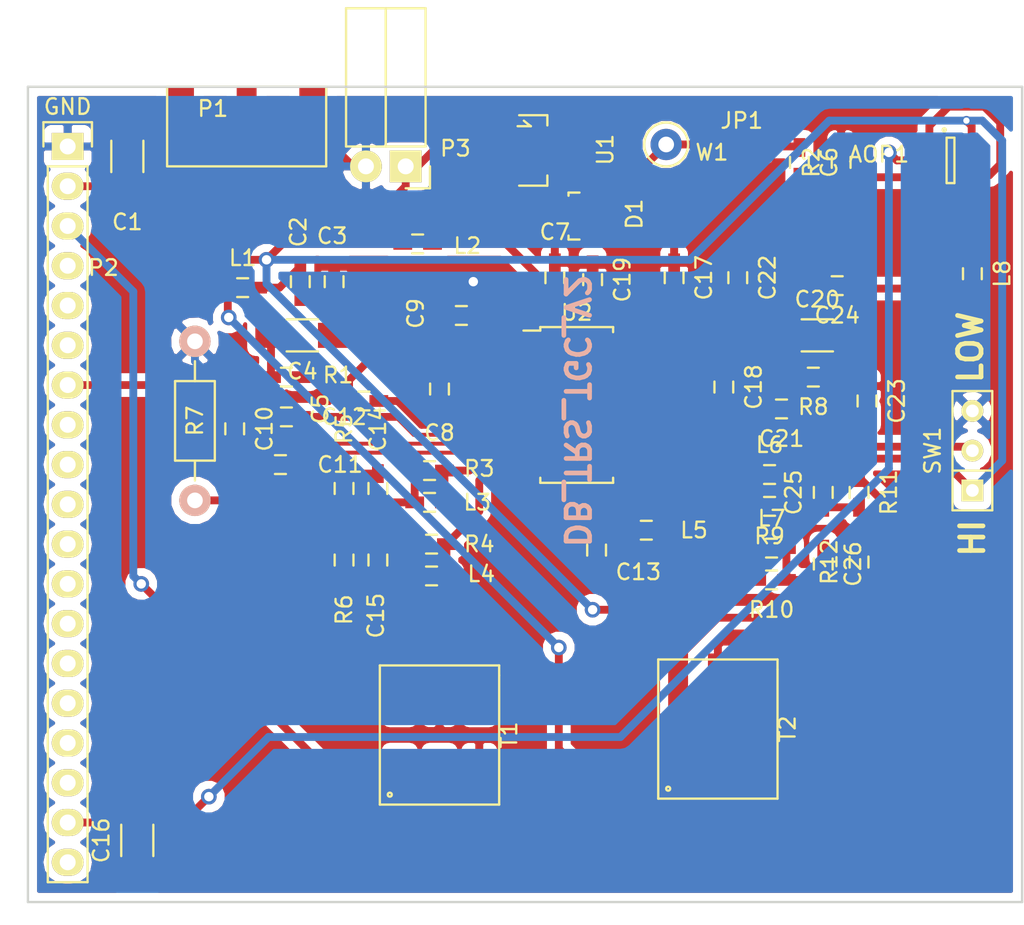
<source format=kicad_pcb>
(kicad_pcb (version 4) (host pcbnew 4.0.4+e1-6308~48~ubuntu16.04.1-stable)
  (layers (0 F.Cu signal) (31 B.Cu signal) (34 B.Paste user) (35 F.Paste user) (36 B.SilkS user) (37 F.SilkS user) (38 B.Mask user) (39 F.Mask user) (44 Edge.Cuts user))
  (net 0 "")
  (net 1 "Net-(AOP1-Pad1)")
  (net 2 "Net-(AOP1-Pad2)")
  (net 3 "Net-(AOP1-Pad3)")
  (net 4 "Net-(AOP1-Pad6)")
  (net 5 GND)
  (net 6 "Net-(C2-Pad1)")
  (net 7 "Net-(C2-Pad2)")
  (net 8 "Net-(C4-Pad2)")
  (net 9 "Net-(C5-Pad1)")
  (net 10 "Net-(C5-Pad2)")
  (net 11 "Net-(C6-Pad1)")
  (net 12 "Net-(C8-Pad1)")
  (net 13 "Net-(C8-Pad2)")
  (net 14 "Net-(C9-Pad2)")
  (net 15 "Net-(C13-Pad1)")
  (net 16 "Net-(C14-Pad1)")
  (net 17 "Net-(C14-Pad2)")
  (net 18 "Net-(C15-Pad1)")
  (net 19 "Net-(C15-Pad2)")
  (net 20 "Net-(D1-Pad1)")
  (net 21 "Net-(L3-Pad1)")
  (net 22 "Net-(L4-Pad1)")
  (net 23 "Net-(P1-Pad1)")
  (net 24 "Net-(P2-Pad3)")
  (net 25 "Net-(R5-Pad1)")
  (net 26 "Net-(R6-Pad1)")
  (net 27 "Net-(SW1-Pad2)")
  (net 28 "Net-(U1-Pad2)")
  (net 29 "Net-(C19-Pad2)")
  (net 30 "Net-(C10-Pad2)")
  (net 31 "Net-(C11-Pad2)")
  (net 32 "Net-(C12-Pad2)")
  (net 33 "Net-(C17-Pad2)")
  (net 34 "Net-(C18-Pad1)")
  (net 35 "Net-(C18-Pad2)")
  (net 36 "Net-(C20-Pad1)")
  (net 37 "Net-(C20-Pad2)")
  (net 38 "Net-(C21-Pad1)")
  (net 39 "Net-(C21-Pad2)")
  (net 40 "Net-(C23-Pad2)")
  (net 41 "Net-(C24-Pad1)")
  (net 42 "Net-(C25-Pad1)")
  (net 43 "Net-(C25-Pad2)")
  (net 44 "Net-(C26-Pad1)")
  (net 45 "Net-(C26-Pad2)")
  (net 46 "Net-(L6-Pad1)")
  (net 47 "Net-(L7-Pad1)")
  (net 48 "Net-(R11-Pad1)")
  (net 49 "Net-(R12-Pad1)")
  (net 50 "Net-(L1-Pad1)")
  (module Echopen:Header_pin_angled_1x19 (layer F.Cu) (at 46.99 110.49)
    (fp_text reference P2 (at 2.286 -15.113) (layer F.SilkS))
    (fp_text value CONN_01X19)
    (fp_text user GND (at 0 -25.4) (layer F.SilkS))
    (pad 1 thru_hole rect (at 0 -22.86 270) (size 1.7272 2.032) (drill 1.016) (layers *.Cu *.Mask F.SilkS) (net 5 GND))
    (pad 2 thru_hole oval (at 0 -20.32 270) (size 1.7272 2.032) (drill 1.016) (layers *.Cu *.Mask F.SilkS) (net 4 "Net-(AOP1-Pad6)"))
    (pad 3 thru_hole oval (at 0 -17.78 270) (size 1.7272 2.032) (drill 1.016) (layers *.Cu *.Mask F.SilkS) (net 24 "Net-(P2-Pad3)"))
    (pad 4 thru_hole oval (at 0 -15.24 270) (size 1.7272 2.032) (drill 1.016) (layers *.Cu *.Mask F.SilkS))
    (pad 5 thru_hole oval (at 0 -12.7 270) (size 1.7272 2.032) (drill 1.016) (layers *.Cu *.Mask F.SilkS))
    (pad 6 thru_hole oval (at 0 -10.16 270) (size 1.7272 2.032) (drill 1.016) (layers *.Cu *.Mask F.SilkS))
    (pad 7 thru_hole oval (at 0 -7.62 270) (size 1.7272 2.032) (drill 1.016) (layers *.Cu *.Mask F.SilkS) (net 30 "Net-(C10-Pad2)"))
    (pad 8 thru_hole oval (at 0 -5.08 270) (size 1.7272 2.032) (drill 1.016) (layers *.Cu *.Mask F.SilkS))
    (pad 9 thru_hole oval (at 0 -2.54 270) (size 1.7272 2.032) (drill 1.016) (layers *.Cu *.Mask F.SilkS))
    (pad 10 thru_hole oval (at 0 0 270) (size 1.7272 2.032) (drill 1.016) (layers *.Cu *.Mask F.SilkS))
    (pad 11 thru_hole oval (at 0 2.54 270) (size 1.7272 2.032) (drill 1.016) (layers *.Cu *.Mask F.SilkS))
    (pad 12 thru_hole oval (at 0 5.08 270) (size 1.7272 2.032) (drill 1.016) (layers *.Cu *.Mask F.SilkS))
    (pad 13 thru_hole oval (at 0 7.62 270) (size 1.7272 2.032) (drill 1.016) (layers *.Cu *.Mask F.SilkS))
    (pad 14 thru_hole oval (at 0 10.16 270) (size 1.7272 2.032) (drill 1.016) (layers *.Cu *.Mask F.SilkS))
    (pad 15 thru_hole oval (at 0 12.7 270) (size 1.7272 2.032) (drill 1.016) (layers *.Cu *.Mask F.SilkS))
    (pad 16 thru_hole oval (at 0 15.24 270) (size 1.7272 2.032) (drill 1.016) (layers *.Cu *.Mask F.SilkS))
    (pad 17 thru_hole oval (at 0 17.78 270) (size 1.7272 2.032) (drill 1.016) (layers *.Cu *.Mask F.SilkS))
    (pad 18 thru_hole oval (at 0 20.32 270) (size 1.7272 2.032) (drill 1.016) (layers *.Cu *.Mask F.SilkS) (net 2 "Net-(AOP1-Pad2)"))
    (pad 19 thru_hole oval (at 0 22.86 270) (size 1.7272 2.032) (drill 1.016) (layers *.Cu *.Mask F.SilkS))
  )
  (module "Echopen:SOT-23-6_Handsoldering(OPA625)" (layer F.Cu) (at 103.378 88.519)
    (fp_text reference AOP1 (at -4.572 -0.381) (layer F.SilkS))
    (fp_text value OPA625)
    (pad 1 smd rect (at -1.35 -0.95) (size 1.56 0.65) (layers F.Cu F.Paste F.Mask) (net 1 "Net-(AOP1-Pad1)"))
    (pad 2 smd rect (at -1.35 0) (size 1.56 0.65) (layers F.Cu F.Paste F.Mask) (net 2 "Net-(AOP1-Pad2)"))
    (pad 3 smd rect (at -1.35 0.95) (size 1.56 0.65) (layers F.Cu F.Paste F.Mask) (net 3 "Net-(AOP1-Pad3)"))
    (pad 4 smd rect (at 1.35 0.95) (size 1.56 0.65) (layers F.Cu F.Paste F.Mask) (net 1 "Net-(AOP1-Pad1)"))
    (pad 6 smd rect (at 1.35 -0.95) (size 1.56 0.65) (layers F.Cu F.Paste F.Mask) (net 4 "Net-(AOP1-Pad6)"))
    (pad 5 smd rect (at 1.35 0) (size 1.56 0.65) (layers F.Cu F.Paste F.Mask) (net 2 "Net-(AOP1-Pad2)"))
  )
  (module Echopen:CMS_1206 (layer F.Cu) (at 50.8 88.265 90)
    (fp_text reference C1 (at -4.191 0 180) (layer F.SilkS))
    (fp_text value 10u)
    (pad 1 smd rect (at -2 0 90) (size 2 1.6) (layers F.Cu F.Paste F.Mask) (net 4 "Net-(AOP1-Pad6)"))
    (pad 2 smd rect (at 2 0 90) (size 2 1.6) (layers F.Cu F.Paste F.Mask) (net 5 GND))
  )
  (module Echopen:CMS_0603 (layer F.Cu) (at 61.849 96.266 270)
    (fp_text reference C2 (at -3.175 0.127 270) (layer F.SilkS))
    (fp_text value 100n)
    (pad 1 smd rect (at -0.95 0 270) (size 1.2 0.75) (layers F.Cu F.Paste F.Mask) (net 6 "Net-(C2-Pad1)"))
    (pad 2 smd rect (at 0.95 0 270) (size 1.2 0.75) (layers F.Cu F.Paste F.Mask) (net 7 "Net-(C2-Pad2)"))
  )
  (module Echopen:CMS_0603 (layer F.Cu) (at 64.008 96.266 270)
    (fp_text reference C3 (at -2.921 0.127 360) (layer F.SilkS))
    (fp_text value 22p)
    (pad 1 smd rect (at -0.95 0 270) (size 1.2 0.75) (layers F.Cu F.Paste F.Mask) (net 5 GND))
    (pad 2 smd rect (at 0.95 0 270) (size 1.2 0.75) (layers F.Cu F.Paste F.Mask) (net 7 "Net-(C2-Pad2)"))
  )
  (module Echopen:CMS_0603 (layer F.Cu) (at 65.913 103.886)
    (fp_text reference C5 (at -2.794 0.508 90) (layer F.SilkS))
    (fp_text value 100n)
    (pad 1 smd rect (at -0.95 0) (size 1.2 0.75) (layers F.Cu F.Paste F.Mask) (net 9 "Net-(C5-Pad1)"))
    (pad 2 smd rect (at 0.95 0) (size 1.2 0.75) (layers F.Cu F.Paste F.Mask) (net 10 "Net-(C5-Pad2)"))
  )
  (module Echopen:CMS_0603 (layer F.Cu) (at 93.726 88.646 270)
    (fp_text reference C6 (at 0 -1.9 270) (layer F.SilkS))
    (fp_text value 1n)
    (pad 1 smd rect (at -0.95 0 270) (size 1.2 0.75) (layers F.Cu F.Paste F.Mask) (net 11 "Net-(C6-Pad1)"))
    (pad 2 smd rect (at 0.95 0 270) (size 1.2 0.75) (layers F.Cu F.Paste F.Mask) (net 3 "Net-(AOP1-Pad3)"))
  )
  (module Echopen:CMS_0603 (layer F.Cu) (at 78.105 96.012 270)
    (fp_text reference C7 (at -2.921 0 360) (layer F.SilkS))
    (fp_text value 100n)
    (pad 1 smd rect (at -0.95 0 270) (size 1.2 0.75) (layers F.Cu F.Paste F.Mask) (net 5 GND))
    (pad 2 smd rect (at 0.95 0 270) (size 1.2 0.75) (layers F.Cu F.Paste F.Mask) (net 29 "Net-(C19-Pad2)"))
  )
  (module Echopen:CMS_0603 (layer F.Cu) (at 70.739 103.124 270)
    (fp_text reference C8 (at 2.794 0 360) (layer F.SilkS))
    (fp_text value 100n)
    (pad 1 smd rect (at -0.95 0 270) (size 1.2 0.75) (layers F.Cu F.Paste F.Mask) (net 12 "Net-(C8-Pad1)"))
    (pad 2 smd rect (at 0.95 0 270) (size 1.2 0.75) (layers F.Cu F.Paste F.Mask) (net 13 "Net-(C8-Pad2)"))
  )
  (module Echopen:CMS_0603 (layer F.Cu) (at 72.136 98.425)
    (fp_text reference C9 (at -2.921 -0.127 90) (layer F.SilkS))
    (fp_text value 100n)
    (pad 1 smd rect (at -0.95 0) (size 1.2 0.75) (layers F.Cu F.Paste F.Mask) (net 5 GND))
    (pad 2 smd rect (at 0.95 0) (size 1.2 0.75) (layers F.Cu F.Paste F.Mask) (net 14 "Net-(C9-Pad2)"))
  )
  (module Echopen:CMS_0603 (layer F.Cu) (at 57.658 105.664 270)
    (fp_text reference C10 (at 0 -1.9 270) (layer F.SilkS))
    (fp_text value 1n)
    (pad 1 smd rect (at -0.95 0 270) (size 1.2 0.75) (layers F.Cu F.Paste F.Mask) (net 5 GND))
    (pad 2 smd rect (at 0.95 0 270) (size 1.2 0.75) (layers F.Cu F.Paste F.Mask) (net 30 "Net-(C10-Pad2)"))
  )
  (module Echopen:CMS_0603 (layer F.Cu) (at 60.579 107.95)
    (fp_text reference C11 (at 3.81 0) (layer F.SilkS))
    (fp_text value 100n)
    (pad 1 smd rect (at -0.95 0) (size 1.2 0.75) (layers F.Cu F.Paste F.Mask) (net 5 GND))
    (pad 2 smd rect (at 0.95 0) (size 1.2 0.75) (layers F.Cu F.Paste F.Mask) (net 31 "Net-(C11-Pad2)"))
  )
  (module Echopen:CMS_0603 (layer F.Cu) (at 60.96 104.902)
    (fp_text reference C12 (at 3.683 0) (layer F.SilkS))
    (fp_text value 100n)
    (pad 1 smd rect (at -0.95 0) (size 1.2 0.75) (layers F.Cu F.Paste F.Mask) (net 5 GND))
    (pad 2 smd rect (at 0.95 0) (size 1.2 0.75) (layers F.Cu F.Paste F.Mask) (net 32 "Net-(C12-Pad2)"))
  )
  (module Echopen:CMS_0603 (layer F.Cu) (at 80.772 113.411 270)
    (fp_text reference C13 (at 1.397 -2.667 360) (layer F.SilkS))
    (fp_text value 100n)
    (pad 1 smd rect (at -0.95 0 270) (size 1.2 0.75) (layers F.Cu F.Paste F.Mask) (net 15 "Net-(C13-Pad1)"))
    (pad 2 smd rect (at 0.95 0 270) (size 1.2 0.75) (layers F.Cu F.Paste F.Mask) (net 5 GND))
  )
  (module Echopen:CMS_0603 (layer F.Cu) (at 66.802 109.474 270)
    (fp_text reference C14 (at -3.81 0 270) (layer F.SilkS))
    (fp_text value 100n)
    (pad 1 smd rect (at -0.95 0 270) (size 1.2 0.75) (layers F.Cu F.Paste F.Mask) (net 16 "Net-(C14-Pad1)"))
    (pad 2 smd rect (at 0.95 0 270) (size 1.2 0.75) (layers F.Cu F.Paste F.Mask) (net 17 "Net-(C14-Pad2)"))
  )
  (module Echopen:CMS_0603 (layer F.Cu) (at 66.802 114.046 90)
    (fp_text reference C15 (at -3.556 -0.127 90) (layer F.SilkS))
    (fp_text value 100n)
    (pad 1 smd rect (at -0.95 0 90) (size 1.2 0.75) (layers F.Cu F.Paste F.Mask) (net 18 "Net-(C15-Pad1)"))
    (pad 2 smd rect (at 0.95 0 90) (size 1.2 0.75) (layers F.Cu F.Paste F.Mask) (net 19 "Net-(C15-Pad2)"))
  )
  (module Echopen:Jumper (layer F.Cu) (at 90.043 87.63)
    (fp_text reference JP1 (at 0 -1.651) (layer F.SilkS))
    (fp_text value JUMPER)
    (pad 1 smd rect (at -0.889 0) (size 1.27 1.27) (layers F.Cu F.Paste F.Mask) (net 20 "Net-(D1-Pad1)"))
    (pad 2 smd rect (at 0.889 0) (size 1.27 1.27) (layers F.Cu F.Paste F.Mask) (net 11 "Net-(C6-Pad1)"))
  )
  (module Echopen:CMS_0603 (layer F.Cu) (at 58.166 96.647)
    (fp_text reference L1 (at 0 -1.9) (layer F.SilkS))
    (fp_text value 120n)
    (pad 1 smd rect (at -0.95 0) (size 1.2 0.75) (layers F.Cu F.Paste F.Mask) (net 50 "Net-(L1-Pad1)"))
    (pad 2 smd rect (at 0.95 0) (size 1.2 0.75) (layers F.Cu F.Paste F.Mask) (net 6 "Net-(C2-Pad1)"))
  )
  (module Echopen:CMS_0603 (layer F.Cu) (at 69.342 93.853)
    (fp_text reference L2 (at 3.175 0.127) (layer F.SilkS))
    (fp_text value 120n)
    (pad 1 smd rect (at -0.95 0) (size 1.2 0.75) (layers F.Cu F.Paste F.Mask) (net 4 "Net-(AOP1-Pad6)"))
    (pad 2 smd rect (at 0.95 0) (size 1.2 0.75) (layers F.Cu F.Paste F.Mask) (net 29 "Net-(C19-Pad2)"))
  )
  (module Echopen:CMS_0603 (layer F.Cu) (at 70.104 110.363 180)
    (fp_text reference L3 (at -3.048 0 180) (layer F.SilkS))
    (fp_text value 120n)
    (pad 1 smd rect (at -0.95 0 180) (size 1.2 0.75) (layers F.Cu F.Paste F.Mask) (net 21 "Net-(L3-Pad1)"))
    (pad 2 smd rect (at 0.95 0 180) (size 1.2 0.75) (layers F.Cu F.Paste F.Mask) (net 17 "Net-(C14-Pad2)"))
  )
  (module Echopen:CMS_0603 (layer F.Cu) (at 70.231 115.062 180)
    (fp_text reference L4 (at -3.175 0.127 180) (layer F.SilkS))
    (fp_text value 120n)
    (pad 1 smd rect (at -0.95 0 180) (size 1.2 0.75) (layers F.Cu F.Paste F.Mask) (net 22 "Net-(L4-Pad1)"))
    (pad 2 smd rect (at 0.95 0 180) (size 1.2 0.75) (layers F.Cu F.Paste F.Mask) (net 19 "Net-(C15-Pad2)"))
  )
  (module Echopen:CMS_0603 (layer F.Cu) (at 83.947 112.141)
    (fp_text reference L5 (at 3.048 0) (layer F.SilkS))
    (fp_text value 120n)
    (pad 1 smd rect (at -0.95 0) (size 1.2 0.75) (layers F.Cu F.Paste F.Mask) (net 15 "Net-(C13-Pad1)"))
    (pad 2 smd rect (at 0.95 0) (size 1.2 0.75) (layers F.Cu F.Paste F.Mask) (net 4 "Net-(AOP1-Pad6)"))
  )
  (module Socket_Strips:Socket_Strip_Angled_1x02 (layer F.Cu) (at 68.58 88.9 180)
    (fp_text reference P3 (at -3.175 1.143 180) (layer F.SilkS))
    (fp_text value CONN_01X02)
    (pad 1 thru_hole rect (at 0 0 180) (size 2.032 2.032) (drill 1.016) (layers *.Cu *.Mask F.SilkS) (net 23 "Net-(P1-Pad1)"))
    (pad 2 thru_hole oval (at 2.54 0 180) (size 2.032 2.032) (drill 1.016) (layers *.Cu *.Mask F.SilkS) (net 5 GND))
  )
  (module Echopen:CMS_0603 (layer F.Cu) (at 60.96 102.362)
    (fp_text reference R1 (at 3.302 -0.127) (layer F.SilkS))
    (fp_text value 274)
    (pad 1 smd rect (at -0.95 0) (size 1.2 0.75) (layers F.Cu F.Paste F.Mask) (net 8 "Net-(C4-Pad2)"))
    (pad 2 smd rect (at 0.95 0) (size 1.2 0.75) (layers F.Cu F.Paste F.Mask) (net 9 "Net-(C5-Pad1)"))
  )
  (module Echopen:CMS_0603 (layer F.Cu) (at 96.393 88.646 90)
    (fp_text reference R2 (at 0 -1.9 90) (layer F.SilkS))
    (fp_text value 220)
    (pad 1 smd rect (at -0.95 0 90) (size 1.2 0.75) (layers F.Cu F.Paste F.Mask) (net 3 "Net-(AOP1-Pad3)"))
    (pad 2 smd rect (at 0.95 0 90) (size 1.2 0.75) (layers F.Cu F.Paste F.Mask) (net 5 GND))
  )
  (module Echopen:CMS_0603 (layer F.Cu) (at 70.104 108.331)
    (fp_text reference R3 (at 3.175 -0.127) (layer F.SilkS))
    (fp_text value 100)
    (pad 1 smd rect (at -0.95 0) (size 1.2 0.75) (layers F.Cu F.Paste F.Mask) (net 17 "Net-(C14-Pad2)"))
    (pad 2 smd rect (at 0.95 0) (size 1.2 0.75) (layers F.Cu F.Paste F.Mask) (net 21 "Net-(L3-Pad1)"))
  )
  (module Echopen:CMS_0603 (layer F.Cu) (at 70.231 113.03)
    (fp_text reference R4 (at 3.048 0) (layer F.SilkS))
    (fp_text value 100)
    (pad 1 smd rect (at -0.95 0) (size 1.2 0.75) (layers F.Cu F.Paste F.Mask) (net 19 "Net-(C15-Pad2)"))
    (pad 2 smd rect (at 0.95 0) (size 1.2 0.75) (layers F.Cu F.Paste F.Mask) (net 22 "Net-(L4-Pad1)"))
  )
  (module Echopen:CMS_0603 (layer F.Cu) (at 64.643 109.474 90)
    (fp_text reference R5 (at 3.81 0 90) (layer F.SilkS))
    (fp_text value 237)
    (pad 1 smd rect (at -0.95 0 90) (size 1.2 0.75) (layers F.Cu F.Paste F.Mask) (net 25 "Net-(R5-Pad1)"))
    (pad 2 smd rect (at 0.95 0 90) (size 1.2 0.75) (layers F.Cu F.Paste F.Mask) (net 16 "Net-(C14-Pad1)"))
  )
  (module Echopen:CMS_0603 (layer F.Cu) (at 64.643 114.046 270)
    (fp_text reference R6 (at 3.175 0 270) (layer F.SilkS))
    (fp_text value 237)
    (pad 1 smd rect (at -0.95 0 270) (size 1.2 0.75) (layers F.Cu F.Paste F.Mask) (net 26 "Net-(R6-Pad1)"))
    (pad 2 smd rect (at 0.95 0 270) (size 1.2 0.75) (layers F.Cu F.Paste F.Mask) (net 18 "Net-(C15-Pad1)"))
  )
  (module Buttons_Switches_ThroughHole:SW_Micro_SPST (layer F.Cu) (at 104.775 107.061 90)
    (fp_text reference SW1 (at 0 -2.54 90) (layer F.SilkS))
    (fp_text value SWITCH_INV)
    (pad 1 thru_hole rect (at -2.54 0 90) (size 1.397 1.397) (drill 0.8128) (layers *.Cu *.Mask F.SilkS) (net 4 "Net-(AOP1-Pad6)"))
    (pad 2 thru_hole circle (at 0 0 90) (size 1.397 1.397) (drill 0.8128) (layers *.Cu *.Mask F.SilkS) (net 27 "Net-(SW1-Pad2)"))
    (pad 3 thru_hole circle (at 2.54 0 90) (size 1.397 1.397) (drill 0.8128) (layers *.Cu *.Mask F.SilkS) (net 5 GND))
  )
  (module "Echopen:SOT89-3_(MD0100)" (layer F.Cu) (at 76.327 87.884 270)
    (fp_text reference U1 (at -0.0508 -5.00126 270) (layer F.SilkS))
    (fp_text value MD0100)
    (pad 1 smd rect (at -1.50114 2.35204 270) (size 1.00076 2.5019) (layers F.Cu F.Paste F.Mask) (net 23 "Net-(P1-Pad1)"))
    (pad 2 smd rect (at 0 2.35204 270) (size 1.00076 2.5019) (layers F.Cu F.Paste F.Mask) (net 28 "Net-(U1-Pad2)"))
    (pad 3 smd rect (at 1.50114 2.35204 270) (size 1.00076 2.5019) (layers F.Cu F.Paste F.Mask) (net 20 "Net-(D1-Pad1)"))
    (pad 2 smd rect (at 0 -1.6002 270) (size 1.99898 4.0005) (layers F.Cu F.Paste F.Mask) (net 28 "Net-(U1-Pad2)"))
    (pad 2 smd trapezoid (at 0 0.7493 90) (size 1.50114 0.7493) (rect_delta 0 0.50038) (layers F.Cu F.Paste F.Mask) (net 28 "Net-(U1-Pad2)"))
  )
  (module Measurement_Points:Test_Point_Keystone_5000-5004_Miniature (layer F.Cu) (at 85.217 87.503)
    (fp_text reference W1 (at 2.921 0.508) (layer F.SilkS))
    (fp_text value TEST_1P)
    (pad 1 thru_hole circle (at 0 0) (size 2 2) (drill 1) (layers *.Cu *.Mask) (net 20 "Net-(D1-Pad1)"))
  )
  (module Echopen:SMA (layer F.Cu) (at 58.42 86.36 180)
    (fp_text reference P1 (at 2.159 1.143 180) (layer F.SilkS))
    (fp_text value SMA)
    (pad 2 smd rect (at -4.2545 0 180) (size 1.778 5.08) (layers *.Paste *.Mask F.Cu) (net 5 GND))
    (pad 2 smd rect (at 4.2545 0 180) (size 1.778 5.08) (layers *.Paste *.Mask F.Cu) (net 5 GND))
    (pad 1 smd rect (at 0 0 180) (size 1.27 5.08) (layers F.Cu F.Paste F.Mask) (net 23 "Net-(P1-Pad1)"))
  )
  (module Echopen:SOT-23 (layer F.Cu) (at 79.629 92.075 90)
    (fp_text reference D1 (at 0.127 3.556 90) (layer F.SilkS))
    (fp_text value BAV99)
    (pad 2 smd rect (at -0.95 1.50114 90) (size 0.8001 1.80086) (layers F.Cu F.Paste F.Mask) (net 5 GND))
    (pad 3 smd rect (at 0.95 1.50114 90) (size 0.8001 1.80086) (layers F.Cu F.Paste F.Mask) (net 5 GND))
    (pad 1 smd rect (at 0 -1.50114 90) (size 0.8001 1.80086) (layers F.Cu F.Paste F.Mask) (net 20 "Net-(D1-Pad1)"))
  )
  (module Echopen:CMS_1206 (layer F.Cu) (at 51.435 131.953 90)
    (fp_text reference C16 (at 0 -2.3 90) (layer F.SilkS))
    (fp_text value 10u)
    (pad 1 smd rect (at -2 0 90) (size 2 1.6) (layers F.Cu F.Paste F.Mask) (net 5 GND))
    (pad 2 smd rect (at 2 0 90) (size 2 1.6) (layers F.Cu F.Paste F.Mask) (net 2 "Net-(AOP1-Pad2)"))
  )
  (module Echopen:CMS_1206 (layer F.Cu) (at 61.976 99.695 180)
    (fp_text reference C4 (at 0 -2.3 180) (layer F.SilkS))
    (fp_text value 18n)
    (pad 1 smd rect (at -2 0 180) (size 2 1.6) (layers F.Cu F.Paste F.Mask) (net 7 "Net-(C2-Pad2)"))
    (pad 2 smd rect (at 2 0 180) (size 2 1.6) (layers F.Cu F.Paste F.Mask) (net 8 "Net-(C4-Pad2)"))
  )
  (module "Echopen:Transfo_6pins(coilcraft)" (layer F.Cu) (at 70.739 125.222 270)
    (fp_text reference T1 (at 0 -4.445 270) (layer F.SilkS))
    (fp_text value TRANSFO_6pins)
    (pad 3 smd rect (at -2.921 -2.54 270) (size 3.81 1.27) (layers F.Cu F.Paste F.Mask) (net 26 "Net-(R6-Pad1)"))
    (pad 2 smd rect (at -2.921 0 270) (size 3.81 1.27) (layers F.Cu F.Paste F.Mask) (net 5 GND))
    (pad 1 smd rect (at -2.921 2.54 270) (size 3.81 1.27) (layers F.Cu F.Paste F.Mask) (net 25 "Net-(R5-Pad1)"))
    (pad 4 smd rect (at 2.921 -2.54 270) (size 3.81 1.27) (layers F.Cu F.Paste F.Mask) (net 5 GND))
    (pad 5 smd rect (at 2.921 0 270) (size 3.81 1.27) (layers F.Cu F.Paste F.Mask))
    (pad 6 smd rect (at 2.921 2.54 270) (size 3.81 1.27) (layers F.Cu F.Paste F.Mask) (net 24 "Net-(P2-Pad3)"))
  )
  (module Echopen:CMS_0603 (layer F.Cu) (at 85.725 96.012 270)
    (fp_text reference C17 (at 0 -1.9 270) (layer F.SilkS))
    (fp_text value 100n)
    (pad 1 smd rect (at -0.95 0 270) (size 1.2 0.75) (layers F.Cu F.Paste F.Mask) (net 5 GND))
    (pad 2 smd rect (at 0.95 0 270) (size 1.2 0.75) (layers F.Cu F.Paste F.Mask) (net 33 "Net-(C17-Pad2)"))
  )
  (module Echopen:CMS_0603 (layer F.Cu) (at 88.9 102.997 270)
    (fp_text reference C18 (at 0 -1.9 270) (layer F.SilkS))
    (fp_text value 100n)
    (pad 1 smd rect (at -0.95 0 270) (size 1.2 0.75) (layers F.Cu F.Paste F.Mask) (net 34 "Net-(C18-Pad1)"))
    (pad 2 smd rect (at 0.95 0 270) (size 1.2 0.75) (layers F.Cu F.Paste F.Mask) (net 35 "Net-(C18-Pad2)"))
  )
  (module Echopen:CMS_0603 (layer F.Cu) (at 80.518 96.139 270)
    (fp_text reference C19 (at 0 -1.9 270) (layer F.SilkS))
    (fp_text value 100n)
    (pad 1 smd rect (at -0.95 0 270) (size 1.2 0.75) (layers F.Cu F.Paste F.Mask) (net 5 GND))
    (pad 2 smd rect (at 0.95 0 270) (size 1.2 0.75) (layers F.Cu F.Paste F.Mask) (net 29 "Net-(C19-Pad2)"))
  )
  (module Echopen:CMS_1206 (layer F.Cu) (at 94.869 99.695)
    (fp_text reference C20 (at 0 -2.3) (layer F.SilkS))
    (fp_text value 18n)
    (pad 1 smd rect (at -2 0) (size 2 1.6) (layers F.Cu F.Paste F.Mask) (net 36 "Net-(C20-Pad1)"))
    (pad 2 smd rect (at 2 0) (size 2 1.6) (layers F.Cu F.Paste F.Mask) (net 37 "Net-(C20-Pad2)"))
  )
  (module Echopen:CMS_0603 (layer F.Cu) (at 92.583 104.394 180)
    (fp_text reference C21 (at 0 -1.9 180) (layer F.SilkS))
    (fp_text value 100n)
    (pad 1 smd rect (at -0.95 0 180) (size 1.2 0.75) (layers F.Cu F.Paste F.Mask) (net 38 "Net-(C21-Pad1)"))
    (pad 2 smd rect (at 0.95 0 180) (size 1.2 0.75) (layers F.Cu F.Paste F.Mask) (net 39 "Net-(C21-Pad2)"))
  )
  (module Echopen:CMS_0603 (layer F.Cu) (at 89.789 96.012 270)
    (fp_text reference C22 (at 0 -1.9 270) (layer F.SilkS))
    (fp_text value 22p)
    (pad 1 smd rect (at -0.95 0 270) (size 1.2 0.75) (layers F.Cu F.Paste F.Mask) (net 5 GND))
    (pad 2 smd rect (at 0.95 0 270) (size 1.2 0.75) (layers F.Cu F.Paste F.Mask) (net 36 "Net-(C20-Pad1)"))
  )
  (module Echopen:CMS_0603 (layer F.Cu) (at 98.044 103.886 270)
    (fp_text reference C23 (at 0 -1.9 270) (layer F.SilkS))
    (fp_text value 100n)
    (pad 1 smd rect (at -0.95 0 270) (size 1.2 0.75) (layers F.Cu F.Paste F.Mask) (net 5 GND))
    (pad 2 smd rect (at 0.95 0 270) (size 1.2 0.75) (layers F.Cu F.Paste F.Mask) (net 40 "Net-(C23-Pad2)"))
  )
  (module Echopen:CMS_0603 (layer F.Cu) (at 96.139 96.52 180)
    (fp_text reference C24 (at 0 -1.9 180) (layer F.SilkS))
    (fp_text value 100n)
    (pad 1 smd rect (at -0.95 0 180) (size 1.2 0.75) (layers F.Cu F.Paste F.Mask) (net 41 "Net-(C24-Pad1)"))
    (pad 2 smd rect (at 0.95 0 180) (size 1.2 0.75) (layers F.Cu F.Paste F.Mask) (net 36 "Net-(C20-Pad1)"))
  )
  (module Echopen:CMS_0603 (layer F.Cu) (at 95.25 109.728 90)
    (fp_text reference C25 (at 0 -1.9 90) (layer F.SilkS))
    (fp_text value 100n)
    (pad 1 smd rect (at -0.95 0 90) (size 1.2 0.75) (layers F.Cu F.Paste F.Mask) (net 42 "Net-(C25-Pad1)"))
    (pad 2 smd rect (at 0.95 0 90) (size 1.2 0.75) (layers F.Cu F.Paste F.Mask) (net 43 "Net-(C25-Pad2)"))
  )
  (module Echopen:CMS_0603 (layer F.Cu) (at 95.25 114.3 270)
    (fp_text reference C26 (at 0 -1.9 270) (layer F.SilkS))
    (fp_text value 100n)
    (pad 1 smd rect (at -0.95 0 270) (size 1.2 0.75) (layers F.Cu F.Paste F.Mask) (net 44 "Net-(C26-Pad1)"))
    (pad 2 smd rect (at 0.95 0 270) (size 1.2 0.75) (layers F.Cu F.Paste F.Mask) (net 45 "Net-(C26-Pad2)"))
  )
  (module Echopen:CMS_0603 (layer F.Cu) (at 91.821 108.585)
    (fp_text reference L6 (at 0 -1.9) (layer F.SilkS))
    (fp_text value 120n)
    (pad 1 smd rect (at -0.95 0) (size 1.2 0.75) (layers F.Cu F.Paste F.Mask) (net 46 "Net-(L6-Pad1)"))
    (pad 2 smd rect (at 0.95 0) (size 1.2 0.75) (layers F.Cu F.Paste F.Mask) (net 43 "Net-(C25-Pad2)"))
  )
  (module Echopen:CMS_0603 (layer F.Cu) (at 91.948 113.284)
    (fp_text reference L7 (at 0 -1.9) (layer F.SilkS))
    (fp_text value 120n)
    (pad 1 smd rect (at -0.95 0) (size 1.2 0.75) (layers F.Cu F.Paste F.Mask) (net 47 "Net-(L7-Pad1)"))
    (pad 2 smd rect (at 0.95 0) (size 1.2 0.75) (layers F.Cu F.Paste F.Mask) (net 45 "Net-(C26-Pad2)"))
  )
  (module Echopen:CMS_0603 (layer F.Cu) (at 104.775 95.758 270)
    (fp_text reference L8 (at 0 -1.9 270) (layer F.SilkS))
    (fp_text value 120n)
    (pad 1 smd rect (at -0.95 0 270) (size 1.2 0.75) (layers F.Cu F.Paste F.Mask) (net 1 "Net-(AOP1-Pad1)"))
    (pad 2 smd rect (at 0.95 0 270) (size 1.2 0.75) (layers F.Cu F.Paste F.Mask) (net 41 "Net-(C24-Pad1)"))
  )
  (module Echopen:Resistor_TH_common (layer F.Cu) (at 55.118 100.076 270)
    (fp_text reference R7 (at 5.08 0 270) (layer F.SilkS))
    (fp_text value 0)
    (pad 1 thru_hole circle (at 0 0 270) (size 1.99898 1.99898) (drill 1.00076) (layers *.Cu *.SilkS *.Mask) (net 5 GND))
    (pad 2 thru_hole circle (at 10.16 0 270) (size 1.99898 1.99898) (drill 1.00076) (layers *.Cu *.SilkS *.Mask) (net 31 "Net-(C11-Pad2)"))
  )
  (module Echopen:CMS_0603 (layer F.Cu) (at 94.615 102.362 180)
    (fp_text reference R8 (at 0 -1.9 180) (layer F.SilkS))
    (fp_text value 274)
    (pad 1 smd rect (at -0.95 0 180) (size 1.2 0.75) (layers F.Cu F.Paste F.Mask) (net 37 "Net-(C20-Pad2)"))
    (pad 2 smd rect (at 0.95 0 180) (size 1.2 0.75) (layers F.Cu F.Paste F.Mask) (net 38 "Net-(C21-Pad1)"))
  )
  (module Echopen:CMS_0603 (layer F.Cu) (at 91.821 110.617 180)
    (fp_text reference R9 (at 0 -1.9 180) (layer F.SilkS))
    (fp_text value 100)
    (pad 1 smd rect (at -0.95 0 180) (size 1.2 0.75) (layers F.Cu F.Paste F.Mask) (net 43 "Net-(C25-Pad2)"))
    (pad 2 smd rect (at 0.95 0 180) (size 1.2 0.75) (layers F.Cu F.Paste F.Mask) (net 46 "Net-(L6-Pad1)"))
  )
  (module Echopen:CMS_0603 (layer F.Cu) (at 91.948 115.316 180)
    (fp_text reference R10 (at 0 -1.9 180) (layer F.SilkS))
    (fp_text value 100)
    (pad 1 smd rect (at -0.95 0 180) (size 1.2 0.75) (layers F.Cu F.Paste F.Mask) (net 45 "Net-(C26-Pad2)"))
    (pad 2 smd rect (at 0.95 0 180) (size 1.2 0.75) (layers F.Cu F.Paste F.Mask) (net 47 "Net-(L7-Pad1)"))
  )
  (module Echopen:CMS_0603 (layer F.Cu) (at 97.536 109.728 270)
    (fp_text reference R11 (at 0 -1.9 270) (layer F.SilkS))
    (fp_text value 237)
    (pad 1 smd rect (at -0.95 0 270) (size 1.2 0.75) (layers F.Cu F.Paste F.Mask) (net 48 "Net-(R11-Pad1)"))
    (pad 2 smd rect (at 0.95 0 270) (size 1.2 0.75) (layers F.Cu F.Paste F.Mask) (net 42 "Net-(C25-Pad1)"))
  )
  (module Echopen:CMS_0603 (layer F.Cu) (at 97.536 114.173 90)
    (fp_text reference R12 (at 0 -1.9 90) (layer F.SilkS))
    (fp_text value 237)
    (pad 1 smd rect (at -0.95 0 90) (size 1.2 0.75) (layers F.Cu F.Paste F.Mask) (net 49 "Net-(R12-Pad1)"))
    (pad 2 smd rect (at 0.95 0 90) (size 1.2 0.75) (layers F.Cu F.Paste F.Mask) (net 44 "Net-(C26-Pad1)"))
  )
  (module "Echopen:Transfo_6pins(coilcraft)" (layer F.Cu) (at 88.519 124.841 270)
    (fp_text reference T2 (at 0 -4.445 270) (layer F.SilkS))
    (fp_text value TRANSFO_6pins)
    (pad 3 smd rect (at -2.921 -2.54 270) (size 3.81 1.27) (layers F.Cu F.Paste F.Mask) (net 48 "Net-(R11-Pad1)"))
    (pad 2 smd rect (at -2.921 0 270) (size 3.81 1.27) (layers F.Cu F.Paste F.Mask) (net 5 GND))
    (pad 1 smd rect (at -2.921 2.54 270) (size 3.81 1.27) (layers F.Cu F.Paste F.Mask) (net 49 "Net-(R12-Pad1)"))
    (pad 4 smd rect (at 2.921 -2.54 270) (size 3.81 1.27) (layers F.Cu F.Paste F.Mask) (net 50 "Net-(L1-Pad1)"))
    (pad 5 smd rect (at 2.921 0 270) (size 3.81 1.27) (layers F.Cu F.Paste F.Mask))
    (pad 6 smd rect (at 2.921 2.54 270) (size 3.81 1.27) (layers F.Cu F.Paste F.Mask) (net 5 GND))
  )
  (module "Echopen:TSSOP-28(AD8332)" (layer F.Cu) (at 79.502 104.14)
    (fp_text reference U2 (at 0 -5.9) (layer F.SilkS))
    (fp_text value AD8332)
    (pad 1 smd rect (at -2.925 -4.225) (size 1.45 0.4) (layers F.Cu F.Paste F.Mask) (net 14 "Net-(C9-Pad2)"))
    (pad 2 smd rect (at -2.925 -3.575) (size 1.45 0.4) (layers F.Cu F.Paste F.Mask) (net 7 "Net-(C2-Pad2)"))
    (pad 3 smd rect (at -2.925 -2.925) (size 1.45 0.4) (layers F.Cu F.Paste F.Mask) (net 29 "Net-(C19-Pad2)"))
    (pad 4 smd rect (at -2.925 -2.275) (size 1.45 0.4) (layers F.Cu F.Paste F.Mask) (net 9 "Net-(C5-Pad1)"))
    (pad 5 smd rect (at -2.925 -1.625) (size 1.45 0.4) (layers F.Cu F.Paste F.Mask) (net 12 "Net-(C8-Pad1)"))
    (pad 6 smd rect (at -2.925 -0.975) (size 1.45 0.4) (layers F.Cu F.Paste F.Mask) (net 5 GND))
    (pad 7 smd rect (at -2.925 -0.325) (size 1.45 0.4) (layers F.Cu F.Paste F.Mask) (net 13 "Net-(C8-Pad2)"))
    (pad 8 smd rect (at -2.925 0.325) (size 1.45 0.4) (layers F.Cu F.Paste F.Mask) (net 10 "Net-(C5-Pad2)"))
    (pad 9 smd rect (at -2.925 0.975) (size 1.45 0.4) (layers F.Cu F.Paste F.Mask) (net 32 "Net-(C12-Pad2)"))
    (pad 10 smd rect (at -2.925 1.625) (size 1.45 0.4) (layers F.Cu F.Paste F.Mask) (net 30 "Net-(C10-Pad2)"))
    (pad 11 smd rect (at -2.925 2.275) (size 1.45 0.4) (layers F.Cu F.Paste F.Mask) (net 31 "Net-(C11-Pad2)"))
    (pad 12 smd rect (at -2.925 2.925) (size 1.45 0.4) (layers F.Cu F.Paste F.Mask) (net 21 "Net-(L3-Pad1)"))
    (pad 13 smd rect (at -2.925 3.575) (size 1.45 0.4) (layers F.Cu F.Paste F.Mask) (net 22 "Net-(L4-Pad1)"))
    (pad 14 smd rect (at -2.925 4.225) (size 1.45 0.4) (layers F.Cu F.Paste F.Mask) (net 5 GND))
    (pad 15 smd rect (at 2.925 4.225) (size 1.45 0.4) (layers F.Cu F.Paste F.Mask) (net 15 "Net-(C13-Pad1)"))
    (pad 16 smd rect (at 2.925 3.575) (size 1.45 0.4) (layers F.Cu F.Paste F.Mask) (net 47 "Net-(L7-Pad1)"))
    (pad 17 smd rect (at 2.925 2.925) (size 1.45 0.4) (layers F.Cu F.Paste F.Mask) (net 46 "Net-(L6-Pad1)"))
    (pad 18 smd rect (at 2.925 2.275) (size 1.45 0.4) (layers F.Cu F.Paste F.Mask) (net 4 "Net-(AOP1-Pad6)"))
    (pad 19 smd rect (at 2.925 1.625) (size 1.45 0.4) (layers F.Cu F.Paste F.Mask) (net 27 "Net-(SW1-Pad2)"))
    (pad 20 smd rect (at 2.925 0.975) (size 1.45 0.4) (layers F.Cu F.Paste F.Mask) (net 40 "Net-(C23-Pad2)"))
    (pad 21 smd rect (at 2.925 0.325) (size 1.45 0.4) (layers F.Cu F.Paste F.Mask) (net 39 "Net-(C21-Pad2)"))
    (pad 22 smd rect (at 2.925 -0.325) (size 1.45 0.4) (layers F.Cu F.Paste F.Mask) (net 35 "Net-(C18-Pad2)"))
    (pad 23 smd rect (at 2.925 -0.975) (size 1.45 0.4) (layers F.Cu F.Paste F.Mask) (net 5 GND))
    (pad 24 smd rect (at 2.925 -1.625) (size 1.45 0.4) (layers F.Cu F.Paste F.Mask) (net 34 "Net-(C18-Pad1)"))
    (pad 25 smd rect (at 2.925 -2.275) (size 1.45 0.4) (layers F.Cu F.Paste F.Mask) (net 38 "Net-(C21-Pad1)"))
    (pad 26 smd rect (at 2.925 -2.925) (size 1.45 0.4) (layers F.Cu F.Paste F.Mask) (net 29 "Net-(C19-Pad2)"))
    (pad 27 smd rect (at 2.925 -3.575) (size 1.45 0.4) (layers F.Cu F.Paste F.Mask) (net 36 "Net-(C20-Pad1)"))
    (pad 28 smd rect (at 2.925 -4.225) (size 1.45 0.4) (layers F.Cu F.Paste F.Mask) (net 33 "Net-(C17-Pad2)"))
  )
  (gr_line (start 107.95 135.89) (end 44.45 135.89) (angle 90) (layer Edge.Cuts) (width 0.15))
  (gr_line (start 107.95 83.82) (end 107.95 135.89) (angle 90) (layer Edge.Cuts) (width 0.15))
  (gr_line (start 44.45 83.82) (end 107.95 83.82) (angle 90) (layer Edge.Cuts) (width 0.15))
  (gr_text DB_TRS_TGC_V2 (at 79.502 104.521 270) (layer B.SilkS) (effects (font (size 1.5 1.5) (thickness 0.3)) (justify mirror)))
  (gr_text LOW (at 104.648 100.457 90) (layer F.SilkS) (effects (font (size 1.5 1.5) (thickness 0.3))))
  (gr_text HI (at 104.775 112.649 90) (layer F.SilkS) (effects (font (size 1.5 1.5) (thickness 0.3))))
  (gr_line (start 44.45 83.82) (end 44.45 135.89) (angle 90) (layer Edge.Cuts) (width 0.15))
  (segment (start 104.728 89.469) (end 105.857 89.469) (width 0.5) (layer F.Cu) (net 1))
  (segment (start 102.028 86.313) (end 102.028 87.569) (width 0.5) (layer F.Cu) (net 1))
  (segment (start 103.251 85.09) (end 102.028 86.313) (width 0.5) (layer F.Cu) (net 1))
  (segment (start 105.537 85.09) (end 103.251 85.09) (width 0.5) (layer F.Cu) (net 1))
  (segment (start 106.553 86.106) (end 105.537 85.09) (width 0.5) (layer F.Cu) (net 1))
  (segment (start 106.553 88.773) (end 106.553 86.106) (width 0.5) (layer F.Cu) (net 1))
  (segment (start 105.857 89.469) (end 106.553 88.773) (width 0.5) (layer F.Cu) (net 1))
  (segment (start 104.728 89.469) (end 104.728 94.761) (width 0.5) (layer F.Cu) (net 1))
  (segment (start 104.728 94.761) (end 104.775 94.808) (width 0.5) (layer F.Cu) (net 1))
  (segment (start 51.435 129.953) (end 55.213 129.953) (width 0.5) (layer F.Cu) (net 2))
  (segment (start 99.949 88.519) (end 102.028 88.519) (width 0.5) (layer F.Cu) (net 2))
  (segment (start 99.441 88.011) (end 99.949 88.519) (width 0.5) (layer F.Cu) (net 2))
  (via (at 99.441 88.011) (size 1) (drill 0.6) (layers F.Cu B.Cu) (net 2))
  (segment (start 99.441 108.204) (end 99.441 88.011) (width 0.5) (layer B.Cu) (net 2))
  (segment (start 82.296 125.349) (end 99.441 108.204) (width 0.5) (layer B.Cu) (net 2))
  (segment (start 59.817 125.349) (end 82.296 125.349) (width 0.5) (layer B.Cu) (net 2))
  (segment (start 56.007 129.159) (end 59.817 125.349) (width 0.5) (layer B.Cu) (net 2))
  (via (at 56.007 129.159) (size 1) (drill 0.6) (layers F.Cu B.Cu) (net 2))
  (segment (start 55.213 129.953) (end 56.007 129.159) (width 0.5) (layer F.Cu) (net 2))
  (segment (start 102.028 88.519) (end 104.728 88.519) (width 0.5) (layer F.Cu) (net 2))
  (segment (start 46.99 130.81) (end 50.578 130.81) (width 0.5) (layer F.Cu) (net 2))
  (segment (start 50.578 130.81) (end 51.435 129.953) (width 0.5) (layer F.Cu) (net 2))
  (segment (start 47.625 130.81) (end 46.99 130.81) (width 0.5) (layer F.Cu) (net 2))
  (segment (start 96.393 89.596) (end 101.901 89.596) (width 0.5) (layer F.Cu) (net 3))
  (segment (start 101.901 89.596) (end 102.028 89.469) (width 0.5) (layer F.Cu) (net 3))
  (segment (start 93.726 89.596) (end 96.393 89.596) (width 0.5) (layer F.Cu) (net 3))
  (segment (start 104.394 85.979) (end 105.41 85.979) (width 0.5) (layer B.Cu) (net 4))
  (segment (start 106.68 107.696) (end 104.775 109.601) (width 0.5) (layer B.Cu) (net 4))
  (segment (start 106.68 87.249) (end 106.68 107.696) (width 0.5) (layer B.Cu) (net 4))
  (segment (start 105.41 85.979) (end 106.68 87.249) (width 0.5) (layer B.Cu) (net 4))
  (segment (start 59.69 94.869) (end 59.69 96.393) (width 0.5) (layer B.Cu) (net 4))
  (segment (start 84.897 115.128) (end 84.897 112.141) (width 0.5) (layer F.Cu) (net 4))
  (segment (start 82.804 117.221) (end 84.897 115.128) (width 0.5) (layer F.Cu) (net 4))
  (segment (start 80.518 117.221) (end 82.804 117.221) (width 0.5) (layer F.Cu) (net 4))
  (via (at 80.518 117.221) (size 1) (drill 0.6) (layers F.Cu B.Cu) (net 4))
  (segment (start 59.69 96.393) (end 80.518 117.221) (width 0.5) (layer B.Cu) (net 4))
  (segment (start 82.427 106.415) (end 85.46 106.415) (width 0.25) (layer F.Cu) (net 4))
  (segment (start 85.46 106.415) (end 86.614 107.569) (width 0.5) (layer F.Cu) (net 4))
  (segment (start 86.614 107.569) (end 102.743 107.569) (width 0.5) (layer F.Cu) (net 4))
  (segment (start 102.743 107.569) (end 104.775 109.601) (width 0.5) (layer F.Cu) (net 4))
  (segment (start 68.392 93.853) (end 60.706 93.853) (width 0.5) (layer F.Cu) (net 4))
  (segment (start 60.706 93.853) (end 59.69 94.869) (width 0.5) (layer F.Cu) (net 4))
  (segment (start 50.8 90.265) (end 50.895 90.265) (width 0.5) (layer F.Cu) (net 4))
  (segment (start 50.895 90.265) (end 55.499 94.869) (width 0.5) (layer F.Cu) (net 4))
  (segment (start 104.728 86.313) (end 104.728 87.569) (width 0.5) (layer F.Cu) (net 4))
  (segment (start 104.394 85.979) (end 104.728 86.313) (width 0.5) (layer F.Cu) (net 4))
  (via (at 104.394 85.979) (size 0.6) (drill 0.4) (layers F.Cu B.Cu) (net 4))
  (segment (start 95.631 85.979) (end 104.394 85.979) (width 0.5) (layer B.Cu) (net 4))
  (segment (start 86.741 94.869) (end 95.631 85.979) (width 0.5) (layer B.Cu) (net 4))
  (segment (start 59.69 94.869) (end 86.741 94.869) (width 0.5) (layer B.Cu) (net 4))
  (via (at 59.69 94.869) (size 1) (drill 0.6) (layers F.Cu B.Cu) (net 4))
  (segment (start 55.499 94.869) (end 59.69 94.869) (width 0.5) (layer F.Cu) (net 4))
  (segment (start 46.99 90.17) (end 50.705 90.17) (width 0.5) (layer F.Cu) (net 4))
  (segment (start 50.705 90.17) (end 50.8 90.265) (width 0.5) (layer F.Cu) (net 4))
  (segment (start 55.118 100.076) (end 55.118 101.346) (width 0.5) (layer B.Cu) (net 5))
  (segment (start 55.118 101.346) (end 75.819 122.047) (width 0.5) (layer B.Cu) (net 5))
  (segment (start 75.819 122.047) (end 81.026 122.047) (width 0.5) (layer B.Cu) (net 5))
  (segment (start 81.026 122.047) (end 86.741 116.332) (width 0.5) (layer B.Cu) (net 5))
  (segment (start 86.741 116.332) (end 86.741 110.109) (width 0.5) (layer B.Cu) (net 5))
  (segment (start 86.741 110.109) (end 72.898 96.266) (width 0.5) (layer B.Cu) (net 5))
  (via (at 72.898 96.266) (size 1) (drill 0.6) (layers F.Cu B.Cu) (net 5))
  (segment (start 72.898 96.266) (end 72.771 96.393) (width 0.5) (layer F.Cu) (net 5))
  (segment (start 72.771 96.393) (end 71.501 96.393) (width 0.5) (layer F.Cu) (net 5))
  (segment (start 71.501 96.393) (end 71.186 96.708) (width 0.5) (layer F.Cu) (net 5))
  (segment (start 71.186 96.708) (end 71.186 98.425) (width 0.5) (layer F.Cu) (net 5))
  (segment (start 66.04 88.9) (end 65.2145 88.9) (width 0.5) (layer F.Cu) (net 5))
  (segment (start 65.2145 88.9) (end 62.6745 86.36) (width 0.5) (layer F.Cu) (net 5))
  (segment (start 76.577 108.365) (end 77.69 108.365) (width 0.25) (layer F.Cu) (net 5))
  (segment (start 77.69 108.365) (end 78.613 107.442) (width 0.5) (layer F.Cu) (net 5))
  (segment (start 78.613 107.442) (end 78.613 104.013) (width 0.5) (layer F.Cu) (net 5))
  (segment (start 78.613 104.013) (end 77.765 103.165) (width 0.5) (layer F.Cu) (net 5))
  (segment (start 77.765 103.165) (end 76.577 103.165) (width 0.25) (layer F.Cu) (net 5))
  (segment (start 76.577 103.165) (end 82.427 103.165) (width 0.25) (layer F.Cu) (net 5))
  (segment (start 59.116 96.647) (end 60.518 96.647) (width 0.5) (layer F.Cu) (net 6))
  (segment (start 60.518 96.647) (end 61.849 95.316) (width 0.5) (layer F.Cu) (net 6))
  (segment (start 63.976 99.695) (end 74.168 99.695) (width 0.5) (layer F.Cu) (net 7))
  (segment (start 75.038 100.565) (end 76.577 100.565) (width 0.25) (layer F.Cu) (net 7))
  (segment (start 74.168 99.695) (end 75.038 100.565) (width 0.5) (layer F.Cu) (net 7))
  (segment (start 61.849 97.216) (end 64.008 97.216) (width 0.5) (layer F.Cu) (net 7))
  (segment (start 64.008 97.216) (end 63.976 97.248) (width 0.5) (layer F.Cu) (net 7))
  (segment (start 63.976 97.248) (end 63.976 99.695) (width 0.5) (layer F.Cu) (net 7))
  (segment (start 59.976 99.695) (end 59.976 102.328) (width 0.5) (layer F.Cu) (net 8))
  (segment (start 59.976 102.328) (end 60.01 102.362) (width 0.5) (layer F.Cu) (net 8))
  (segment (start 61.91 102.362) (end 63.439 102.362) (width 0.5) (layer F.Cu) (net 9))
  (segment (start 63.439 102.362) (end 64.963 103.886) (width 0.5) (layer F.Cu) (net 9))
  (segment (start 64.963 103.886) (end 64.963 102.55) (width 0.5) (layer F.Cu) (net 9))
  (segment (start 64.963 102.55) (end 66.929 100.584) (width 0.5) (layer F.Cu) (net 9))
  (segment (start 66.929 100.584) (end 73.279 100.584) (width 0.5) (layer F.Cu) (net 9))
  (segment (start 73.279 100.584) (end 74.56 101.865) (width 0.5) (layer F.Cu) (net 9))
  (segment (start 74.56 101.865) (end 76.577 101.865) (width 0.25) (layer F.Cu) (net 9))
  (segment (start 66.863 103.886) (end 68.072 103.886) (width 0.5) (layer F.Cu) (net 10))
  (segment (start 72.7 104.465) (end 76.577 104.465) (width 0.25) (layer F.Cu) (net 10))
  (segment (start 71.755 105.41) (end 72.7 104.465) (width 0.5) (layer F.Cu) (net 10))
  (segment (start 69.596 105.41) (end 71.755 105.41) (width 0.5) (layer F.Cu) (net 10))
  (segment (start 68.072 103.886) (end 69.596 105.41) (width 0.5) (layer F.Cu) (net 10))
  (segment (start 90.932 87.63) (end 93.66 87.63) (width 0.5) (layer F.Cu) (net 11))
  (segment (start 93.66 87.63) (end 93.726 87.696) (width 0.5) (layer F.Cu) (net 11))
  (segment (start 70.739 102.174) (end 73.726 102.174) (width 0.5) (layer F.Cu) (net 12))
  (segment (start 74.067 102.515) (end 76.577 102.515) (width 0.25) (layer F.Cu) (net 12))
  (segment (start 73.726 102.174) (end 74.067 102.515) (width 0.5) (layer F.Cu) (net 12))
  (segment (start 76.577 103.815) (end 70.998 103.815) (width 0.25) (layer F.Cu) (net 13))
  (segment (start 70.998 103.815) (end 70.739 104.074) (width 0.5) (layer F.Cu) (net 13))
  (segment (start 73.086 98.425) (end 75.087 98.425) (width 0.5) (layer F.Cu) (net 14))
  (segment (start 75.087 98.425) (end 76.577 99.915) (width 0.25) (layer F.Cu) (net 14))
  (segment (start 80.772 112.461) (end 82.677 112.461) (width 0.5) (layer F.Cu) (net 15))
  (segment (start 82.677 112.461) (end 82.997 112.141) (width 0.5) (layer F.Cu) (net 15))
  (segment (start 82.427 108.365) (end 82.427 111.571) (width 0.25) (layer F.Cu) (net 15))
  (segment (start 82.427 111.571) (end 82.997 112.141) (width 0.5) (layer F.Cu) (net 15))
  (segment (start 66.802 108.524) (end 64.643 108.524) (width 0.5) (layer F.Cu) (net 16))
  (segment (start 69.154 110.363) (end 66.863 110.363) (width 0.5) (layer F.Cu) (net 17))
  (segment (start 66.863 110.363) (end 66.802 110.424) (width 0.5) (layer F.Cu) (net 17))
  (segment (start 69.154 110.363) (end 69.154 108.331) (width 0.5) (layer F.Cu) (net 17))
  (segment (start 66.802 114.996) (end 64.643 114.996) (width 0.5) (layer F.Cu) (net 18))
  (segment (start 69.281 113.03) (end 66.868 113.03) (width 0.5) (layer F.Cu) (net 19))
  (segment (start 66.868 113.03) (end 66.802 113.096) (width 0.5) (layer F.Cu) (net 19))
  (segment (start 69.281 115.062) (end 69.281 113.03) (width 0.5) (layer F.Cu) (net 19))
  (segment (start 85.217 87.503) (end 89.027 87.503) (width 0.5) (layer F.Cu) (net 20))
  (segment (start 89.027 87.503) (end 89.154 87.63) (width 0.5) (layer F.Cu) (net 20))
  (segment (start 78.12786 92.075) (end 78.12786 91.41714) (width 0.5) (layer F.Cu) (net 20))
  (segment (start 82.931 89.789) (end 85.217 87.503) (width 0.5) (layer F.Cu) (net 20))
  (segment (start 79.756 89.789) (end 82.931 89.789) (width 0.5) (layer F.Cu) (net 20))
  (segment (start 78.12786 91.41714) (end 79.756 89.789) (width 0.5) (layer F.Cu) (net 20))
  (segment (start 73.97496 89.38514) (end 73.97496 89.72296) (width 0.5) (layer F.Cu) (net 20))
  (segment (start 73.97496 89.72296) (end 76.327 92.075) (width 0.5) (layer F.Cu) (net 20))
  (segment (start 76.327 92.075) (end 78.12786 92.075) (width 0.5) (layer F.Cu) (net 20))
  (segment (start 71.054 108.331) (end 71.054 110.363) (width 0.5) (layer F.Cu) (net 21))
  (segment (start 71.054 108.331) (end 72.644 108.331) (width 0.5) (layer F.Cu) (net 21))
  (segment (start 73.91 107.065) (end 76.577 107.065) (width 0.25) (layer F.Cu) (net 21))
  (segment (start 72.644 108.331) (end 73.91 107.065) (width 0.5) (layer F.Cu) (net 21))
  (segment (start 71.181 113.03) (end 71.181 115.062) (width 0.5) (layer F.Cu) (net 22))
  (segment (start 76.577 107.715) (end 74.53 107.715) (width 0.25) (layer F.Cu) (net 22))
  (segment (start 73.279 110.932) (end 71.181 113.03) (width 0.5) (layer F.Cu) (net 22))
  (segment (start 73.279 108.966) (end 73.279 110.932) (width 0.5) (layer F.Cu) (net 22))
  (segment (start 74.53 107.715) (end 73.279 108.966) (width 0.5) (layer F.Cu) (net 22))
  (segment (start 68.58 88.9) (end 69.342 88.9) (width 0.5) (layer F.Cu) (net 23))
  (segment (start 69.342 88.9) (end 71.85914 86.38286) (width 0.5) (layer F.Cu) (net 23))
  (segment (start 71.85914 86.38286) (end 73.97496 86.38286) (width 0.5) (layer F.Cu) (net 23))
  (segment (start 59.69 90.17) (end 58.42 88.9) (width 0.5) (layer F.Cu) (net 23))
  (segment (start 62.23 90.17) (end 59.69 90.17) (width 0.5) (layer F.Cu) (net 23))
  (segment (start 63.5 91.44) (end 62.23 90.17) (width 0.5) (layer F.Cu) (net 23))
  (segment (start 67.31 91.44) (end 63.5 91.44) (width 0.5) (layer F.Cu) (net 23))
  (segment (start 68.58 88.9) (end 68.58 90.17) (width 0.5) (layer F.Cu) (net 23))
  (segment (start 68.58 90.17) (end 67.31 91.44) (width 0.5) (layer F.Cu) (net 23))
  (segment (start 58.42 88.9) (end 58.42 86.36) (width 0.5) (layer F.Cu) (net 23))
  (segment (start 58.42 88.9) (end 58.42 86.36) (width 0.5) (layer F.Cu) (net 23))
  (segment (start 58.42 86.36) (end 58.42 88.265) (width 0.5) (layer F.Cu) (net 23))
  (segment (start 68.199 128.143) (end 64.262 128.143) (width 0.5) (layer F.Cu) (net 24))
  (segment (start 51.181 96.901) (end 46.99 92.71) (width 0.5) (layer B.Cu) (net 24))
  (segment (start 51.181 115.062) (end 51.181 96.901) (width 0.5) (layer B.Cu) (net 24))
  (segment (start 51.689 115.57) (end 51.181 115.062) (width 0.5) (layer B.Cu) (net 24))
  (via (at 51.689 115.57) (size 1) (drill 0.6) (layers F.Cu B.Cu) (net 24))
  (segment (start 64.262 128.143) (end 51.689 115.57) (width 0.5) (layer F.Cu) (net 24))
  (segment (start 68.199 122.301) (end 67.183 122.301) (width 0.5) (layer F.Cu) (net 25))
  (segment (start 61.976 113.091) (end 64.643 110.424) (width 0.5) (layer F.Cu) (net 25))
  (segment (start 61.976 117.094) (end 61.976 113.091) (width 0.5) (layer F.Cu) (net 25))
  (segment (start 67.183 122.301) (end 61.976 117.094) (width 0.5) (layer F.Cu) (net 25))
  (segment (start 64.643 113.096) (end 64.069 113.096) (width 0.5) (layer F.Cu) (net 26))
  (segment (start 73.279 119.761) (end 73.279 122.301) (width 0.5) (layer F.Cu) (net 26))
  (segment (start 71.12 117.602) (end 73.279 119.761) (width 0.5) (layer F.Cu) (net 26))
  (segment (start 64.516 117.602) (end 71.12 117.602) (width 0.5) (layer F.Cu) (net 26))
  (segment (start 63.119 116.205) (end 64.516 117.602) (width 0.5) (layer F.Cu) (net 26))
  (segment (start 63.119 114.046) (end 63.119 116.205) (width 0.5) (layer F.Cu) (net 26))
  (segment (start 64.069 113.096) (end 63.119 114.046) (width 0.5) (layer F.Cu) (net 26))
  (segment (start 82.427 105.765) (end 85.953 105.765) (width 0.25) (layer F.Cu) (net 27))
  (segment (start 86.995 106.807) (end 104.521 106.807) (width 0.5) (layer F.Cu) (net 27))
  (segment (start 85.953 105.765) (end 86.995 106.807) (width 0.5) (layer F.Cu) (net 27))
  (segment (start 104.521 106.807) (end 104.775 107.061) (width 0.5) (layer F.Cu) (net 27))
  (segment (start 73.97496 87.884) (end 77.9272 87.884) (width 0.5) (layer F.Cu) (net 28))
  (segment (start 70.292 93.853) (end 74.996 93.853) (width 0.5) (layer F.Cu) (net 29))
  (segment (start 74.996 93.853) (end 78.232 97.089) (width 0.5) (layer F.Cu) (net 29))
  (segment (start 78.232 97.089) (end 80.518 97.089) (width 0.5) (layer F.Cu) (net 29))
  (segment (start 78.105 96.962) (end 80.391 96.962) (width 0.5) (layer F.Cu) (net 29))
  (segment (start 80.391 96.962) (end 80.518 97.089) (width 0.5) (layer F.Cu) (net 29))
  (segment (start 78.044 96.901) (end 78.105 96.962) (width 0.5) (layer F.Cu) (net 29))
  (segment (start 80.518 97.089) (end 80.518 100.203) (width 0.5) (layer F.Cu) (net 29))
  (segment (start 81.53 101.215) (end 82.427 101.215) (width 0.25) (layer F.Cu) (net 29))
  (segment (start 80.518 100.203) (end 81.53 101.215) (width 0.25) (layer F.Cu) (net 29))
  (segment (start 76.577 101.215) (end 78.744 101.215) (width 0.25) (layer F.Cu) (net 29))
  (segment (start 80.518 99.441) (end 80.518 97.089) (width 0.5) (layer F.Cu) (net 29))
  (segment (start 78.744 101.215) (end 80.518 99.441) (width 0.5) (layer F.Cu) (net 29))
  (segment (start 57.658 106.614) (end 72.583 106.614) (width 0.25) (layer F.Cu) (net 30))
  (segment (start 73.432 105.765) (end 76.577 105.765) (width 0.25) (layer F.Cu) (net 30))
  (segment (start 72.583 106.614) (end 73.432 105.765) (width 0.25) (layer F.Cu) (net 30))
  (segment (start 46.99 102.87) (end 53.914 102.87) (width 0.5) (layer F.Cu) (net 30))
  (segment (start 53.914 102.87) (end 57.658 106.614) (width 0.5) (layer F.Cu) (net 30))
  (segment (start 46.99 102.87) (end 47.371 102.87) (width 0.5) (layer F.Cu) (net 30))
  (segment (start 46.99 102.87) (end 47.625 102.87) (width 0.5) (layer F.Cu) (net 30))
  (segment (start 55.118 110.236) (end 59.944 110.236) (width 0.5) (layer F.Cu) (net 31))
  (segment (start 61.529 108.651) (end 61.529 107.95) (width 0.5) (layer F.Cu) (net 31))
  (segment (start 59.944 110.236) (end 61.529 108.651) (width 0.5) (layer F.Cu) (net 31))
  (segment (start 61.529 107.95) (end 62.865 107.95) (width 0.5) (layer F.Cu) (net 31))
  (segment (start 73.671 106.415) (end 76.577 106.415) (width 0.25) (layer F.Cu) (net 31))
  (segment (start 72.898 107.188) (end 73.671 106.415) (width 0.25) (layer F.Cu) (net 31))
  (segment (start 63.627 107.188) (end 72.898 107.188) (width 0.25) (layer F.Cu) (net 31))
  (segment (start 62.865 107.95) (end 63.627 107.188) (width 0.25) (layer F.Cu) (net 31))
  (segment (start 61.91 104.902) (end 67.945 104.902) (width 0.5) (layer F.Cu) (net 32))
  (segment (start 73.066 105.115) (end 76.577 105.115) (width 0.25) (layer F.Cu) (net 32))
  (segment (start 72.136 106.045) (end 73.066 105.115) (width 0.25) (layer F.Cu) (net 32))
  (segment (start 69.088 106.045) (end 72.136 106.045) (width 0.25) (layer F.Cu) (net 32))
  (segment (start 67.945 104.902) (end 69.088 106.045) (width 0.25) (layer F.Cu) (net 32))
  (segment (start 82.427 99.915) (end 82.772 99.915) (width 0.25) (layer F.Cu) (net 33))
  (segment (start 82.772 99.915) (end 85.725 96.962) (width 0.25) (layer F.Cu) (net 33))
  (segment (start 82.427 102.515) (end 88.432 102.515) (width 0.25) (layer F.Cu) (net 34))
  (segment (start 88.432 102.515) (end 88.9 102.047) (width 0.5) (layer F.Cu) (net 34))
  (segment (start 82.427 103.815) (end 88.768 103.815) (width 0.25) (layer F.Cu) (net 35))
  (segment (start 88.768 103.815) (end 88.9 103.947) (width 0.5) (layer F.Cu) (net 35))
  (segment (start 82.427 100.565) (end 86.186 100.565) (width 0.25) (layer F.Cu) (net 36))
  (segment (start 86.186 100.565) (end 89.789 96.962) (width 0.5) (layer F.Cu) (net 36))
  (segment (start 92.869 99.695) (end 92.522 99.695) (width 0.5) (layer F.Cu) (net 36))
  (segment (start 92.522 99.695) (end 89.789 96.962) (width 0.5) (layer F.Cu) (net 36))
  (segment (start 95.189 96.52) (end 95.189 97.375) (width 0.5) (layer F.Cu) (net 36))
  (segment (start 95.189 97.375) (end 92.869 99.695) (width 0.5) (layer F.Cu) (net 36))
  (segment (start 96.869 99.695) (end 96.869 101.058) (width 0.5) (layer F.Cu) (net 37))
  (segment (start 96.869 101.058) (end 95.565 102.362) (width 0.5) (layer F.Cu) (net 37))
  (segment (start 93.665 102.362) (end 93.665 104.262) (width 0.5) (layer F.Cu) (net 38))
  (segment (start 93.665 104.262) (end 93.533 104.394) (width 0.5) (layer F.Cu) (net 38))
  (segment (start 82.427 101.865) (end 86.603 101.865) (width 0.25) (layer F.Cu) (net 38))
  (segment (start 92.075 102.362) (end 93.665 102.362) (width 0.5) (layer F.Cu) (net 38))
  (segment (start 89.916 100.203) (end 92.075 102.362) (width 0.5) (layer F.Cu) (net 38))
  (segment (start 88.265 100.203) (end 89.916 100.203) (width 0.5) (layer F.Cu) (net 38))
  (segment (start 86.603 101.865) (end 88.265 100.203) (width 0.5) (layer F.Cu) (net 38))
  (segment (start 82.427 104.465) (end 87.066 104.465) (width 0.25) (layer F.Cu) (net 39))
  (segment (start 90.617 105.41) (end 91.633 104.394) (width 0.5) (layer F.Cu) (net 39))
  (segment (start 88.011 105.41) (end 90.617 105.41) (width 0.5) (layer F.Cu) (net 39))
  (segment (start 87.066 104.465) (end 88.011 105.41) (width 0.5) (layer F.Cu) (net 39))
  (segment (start 82.427 105.115) (end 86.319 105.115) (width 0.25) (layer F.Cu) (net 40))
  (segment (start 96.708 106.172) (end 98.044 104.836) (width 0.25) (layer F.Cu) (net 40))
  (segment (start 87.376 106.172) (end 96.708 106.172) (width 0.25) (layer F.Cu) (net 40))
  (segment (start 86.319 105.115) (end 87.376 106.172) (width 0.25) (layer F.Cu) (net 40))
  (segment (start 104.775 96.708) (end 97.277 96.708) (width 0.5) (layer F.Cu) (net 41))
  (segment (start 97.277 96.708) (end 97.089 96.52) (width 0.5) (layer F.Cu) (net 41))
  (segment (start 95.25 110.678) (end 97.536 110.678) (width 0.5) (layer F.Cu) (net 42))
  (segment (start 92.771 108.585) (end 95.057 108.585) (width 0.5) (layer F.Cu) (net 43))
  (segment (start 95.057 108.585) (end 95.25 108.778) (width 0.5) (layer F.Cu) (net 43))
  (segment (start 92.771 110.617) (end 92.771 108.585) (width 0.5) (layer F.Cu) (net 43))
  (segment (start 95.25 113.35) (end 97.409 113.35) (width 0.5) (layer F.Cu) (net 44))
  (segment (start 97.409 113.35) (end 97.536 113.223) (width 0.5) (layer F.Cu) (net 44))
  (segment (start 92.898 115.316) (end 95.184 115.316) (width 0.5) (layer F.Cu) (net 45))
  (segment (start 95.184 115.316) (end 95.25 115.25) (width 0.5) (layer F.Cu) (net 45))
  (segment (start 92.898 115.316) (end 92.898 113.284) (width 0.5) (layer F.Cu) (net 45))
  (segment (start 90.871 108.585) (end 90.871 110.617) (width 0.5) (layer F.Cu) (net 46))
  (segment (start 82.427 107.065) (end 84.84 107.065) (width 0.25) (layer F.Cu) (net 46))
  (segment (start 86.36 108.585) (end 90.871 108.585) (width 0.5) (layer F.Cu) (net 46))
  (segment (start 84.84 107.065) (end 86.36 108.585) (width 0.5) (layer F.Cu) (net 46))
  (segment (start 90.998 113.284) (end 90.998 115.316) (width 0.5) (layer F.Cu) (net 47))
  (segment (start 82.427 107.715) (end 84.474 107.715) (width 0.25) (layer F.Cu) (net 47))
  (segment (start 90.043 113.284) (end 90.998 113.284) (width 0.5) (layer F.Cu) (net 47))
  (segment (start 84.474 107.715) (end 90.043 113.284) (width 0.5) (layer F.Cu) (net 47))
  (segment (start 91.059 121.92) (end 94.742 121.92) (width 0.5) (layer F.Cu) (net 48))
  (segment (start 99.695 110.937) (end 97.536 108.778) (width 0.5) (layer F.Cu) (net 48))
  (segment (start 99.695 116.967) (end 99.695 110.937) (width 0.5) (layer F.Cu) (net 48))
  (segment (start 94.742 121.92) (end 99.695 116.967) (width 0.5) (layer F.Cu) (net 48))
  (segment (start 85.979 121.92) (end 85.979 120.269) (width 0.5) (layer F.Cu) (net 49))
  (segment (start 85.979 120.269) (end 88.519 117.729) (width 0.5) (layer F.Cu) (net 49))
  (segment (start 88.519 117.729) (end 94.93 117.729) (width 0.5) (layer F.Cu) (net 49))
  (segment (start 94.93 117.729) (end 97.536 115.123) (width 0.5) (layer F.Cu) (net 49))
  (segment (start 91.059 127.762) (end 91.059 129.921) (width 0.5) (layer F.Cu) (net 50))
  (segment (start 57.216 98.491) (end 57.216 96.647) (width 0.5) (layer F.Cu) (net 50))
  (segment (start 57.277 98.552) (end 57.216 98.491) (width 0.5) (layer F.Cu) (net 50))
  (via (at 57.277 98.552) (size 1) (drill 0.6) (layers F.Cu B.Cu) (net 50))
  (segment (start 78.359 119.634) (end 57.277 98.552) (width 0.5) (layer B.Cu) (net 50))
  (via (at 78.359 119.634) (size 1) (drill 0.6) (layers F.Cu B.Cu) (net 50))
  (segment (start 78.359 126.111) (end 78.359 119.634) (width 0.5) (layer F.Cu) (net 50))
  (segment (start 84.201 131.953) (end 78.359 126.111) (width 0.5) (layer F.Cu) (net 50))
  (segment (start 89.027 131.953) (end 84.201 131.953) (width 0.5) (layer F.Cu) (net 50))
  (segment (start 91.059 129.921) (end 89.027 131.953) (width 0.5) (layer F.Cu) (net 50))
  (zone (net 5) (net_name GND) (layer F.Cu) (connect_pads (clearance 0.508)) (min_thickness 0.254) (fill yes (arc_segments 16) (thermal_gap 0.508) (thermal_bridge_width 0.508))
    (polygon (pts (xy 107.95 135.89) (xy 44.45 135.89) (xy 44.45 83.82) (xy 107.95 83.82)))
  )
  (zone (net 5) (net_name GND) (layer B.Cu) (connect_pads (clearance 0.508)) (min_thickness 0.254) (fill yes (arc_segments 16) (thermal_gap 0.508) (thermal_bridge_width 0.508))
    (polygon (pts (xy 107.95 135.89) (xy 44.45 135.89) (xy 44.45 83.82) (xy 107.95 83.82)))
  )
)
</source>
